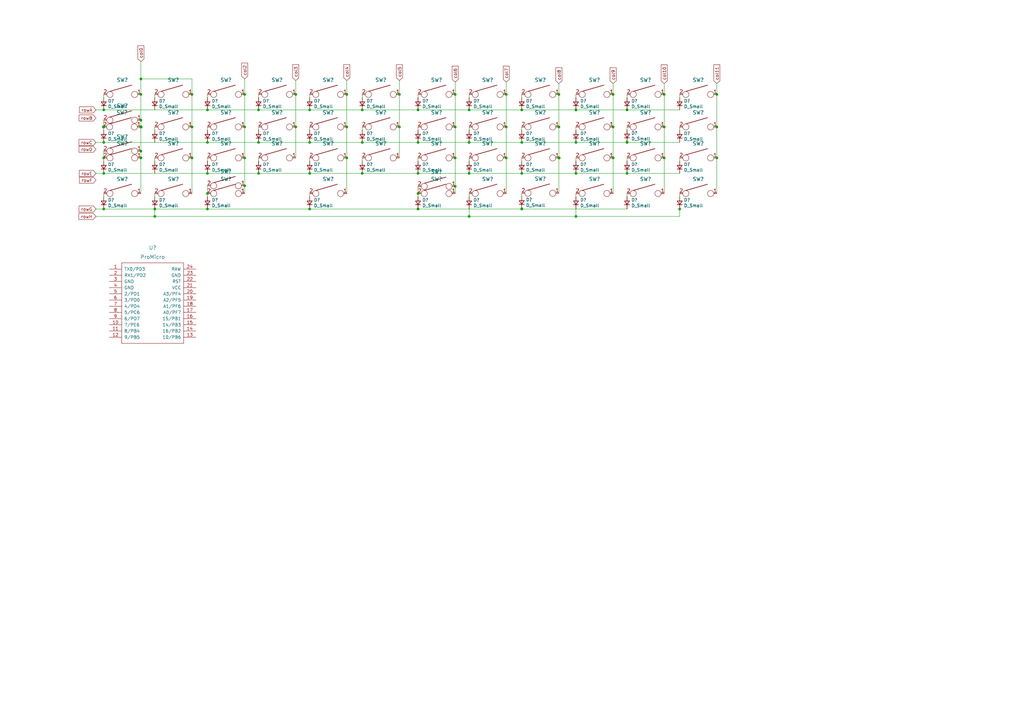
<source format=kicad_sch>
(kicad_sch (version 20211123) (generator eeschema)
  (paper "A3")
  (junction (at 163.83 52.07))
  (junction (at 142.24 38.735))
  (junction (at 229.235 38.735))
  (junction (at 236.22 71.12))
  (junction (at 213.995 58.42))
  (junction (at 57.785 49.276))
  (junction (at 42.418 52.07))
  (junction (at 78.74 52.07))
  (junction (at 171.45 79.375))
  (junction (at 63.5 88.773))
  (junction (at 100.33 76.2))
  (junction (at 57.658 52.07))
  (junction (at 127 71.12))
  (junction (at 251.46 38.735))
  (junction (at 106.045 58.42))
  (junction (at 63.5 85.725))
  (junction (at 42.545 64.77))
  (junction (at 148.59 45.085))
  (junction (at 213.995 45.085))
  (junction (at 251.46 64.77))
  (junction (at 42.545 71.12))
  (junction (at 57.785 32.385))
  (junction (at 85.09 45.085))
  (junction (at 85.09 85.725))
  (junction (at 57.912 52.07))
  (junction (at 85.09 58.42))
  (junction (at 100.33 52.07))
  (junction (at 148.59 58.42))
  (junction (at 78.74 38.735))
  (junction (at 272.415 64.77))
  (junction (at 42.545 85.725))
  (junction (at 57.785 52.07))
  (junction (at 213.995 85.725))
  (junction (at 213.995 85.598))
  (junction (at 163.83 38.735))
  (junction (at 42.545 52.07))
  (junction (at 106.045 45.085))
  (junction (at 85.09 79.375))
  (junction (at 236.22 88.773))
  (junction (at 42.545 58.42))
  (junction (at 207.645 38.735))
  (junction (at 192.405 88.773))
  (junction (at 213.995 71.12))
  (junction (at 229.362 64.77))
  (junction (at 57.785 64.77))
  (junction (at 100.33 64.77))
  (junction (at 148.59 71.12))
  (junction (at 192.405 45.085))
  (junction (at 100.33 38.735))
  (junction (at 42.545 45.085))
  (junction (at 294.005 52.07))
  (junction (at 142.24 64.77))
  (junction (at 236.22 58.42))
  (junction (at 257.175 58.42))
  (junction (at 85.09 71.12))
  (junction (at 78.74 64.77))
  (junction (at 192.405 58.42))
  (junction (at 257.175 45.085))
  (junction (at 207.645 52.07))
  (junction (at 171.45 45.085))
  (junction (at 121.285 52.07))
  (junction (at 257.175 58.293))
  (junction (at 192.405 71.12))
  (junction (at 294.005 64.77))
  (junction (at 257.175 71.12))
  (junction (at 229.235 64.77))
  (junction (at 171.45 71.12))
  (junction (at 236.22 45.085))
  (junction (at 272.415 38.735))
  (junction (at 186.69 76.454))
  (junction (at 186.69 38.735))
  (junction (at 186.69 52.07))
  (junction (at 294.005 38.735))
  (junction (at 57.785 61.976))
  (junction (at 229.235 52.07))
  (junction (at 272.415 52.07))
  (junction (at 171.45 58.42))
  (junction (at 106.045 71.12))
  (junction (at 127 85.725))
  (junction (at 186.69 64.77))
  (junction (at 127 58.42))
  (junction (at 171.45 85.725))
  (junction (at 121.285 38.735))
  (junction (at 251.46 52.07))
  (junction (at 142.24 52.07))
  (junction (at 127 45.085))
  (junction (at 278.765 85.725))
  (junction (at 57.785 38.735))
  (junction (at 207.645 64.77))
  (wire (pts (xy 257.175 52.07) (xy 257.175 53.213)))
  (wire (pts (xy 171.45 76.454) (xy 171.45 79.375)))
  (wire (pts (xy 163.83 38.735) (xy 163.83 33.02)))
  (wire (pts (xy 278.765 64.77) (xy 278.765 66.04)))
  (wire (pts (xy 121.285 38.735) (xy 121.285 52.07)))
  (wire (pts (xy 78.74 52.07) (xy 78.74 64.77)))
  (wire (pts (xy 251.46 52.07) (xy 251.46 64.77)))
  (wire (pts (xy 257.175 71.12) (xy 278.765 71.12)))
  (wire (pts (xy 192.405 45.085) (xy 213.995 45.085)))
  (wire (pts (xy 186.69 64.77) (xy 186.69 76.454)))
  (wire (pts (xy 63.5 88.773) (xy 192.405 88.773)))
  (wire (pts (xy 63.5 85.725) (xy 85.09 85.725)))
  (wire (pts (xy 171.45 58.42) (xy 192.405 58.42)))
  (wire (pts (xy 272.415 38.735) (xy 272.415 52.07)))
  (wire (pts (xy 192.405 38.735) (xy 192.405 40.005)))
  (wire (pts (xy 148.59 52.07) (xy 148.59 53.34)))
  (wire (pts (xy 106.045 52.07) (xy 106.045 53.34)))
  (wire (pts (xy 213.995 38.735) (xy 213.995 40.005)))
  (wire (pts (xy 57.785 61.976) (xy 57.785 64.77)))
  (wire (pts (xy 257.175 58.42) (xy 278.765 58.42)))
  (wire (pts (xy 192.405 85.725) (xy 192.405 88.773)))
  (wire (pts (xy 106.045 71.12) (xy 127 71.12)))
  (wire (pts (xy 213.995 64.77) (xy 213.995 66.04)))
  (wire (pts (xy 85.09 45.085) (xy 106.045 45.085)))
  (wire (pts (xy 106.045 45.085) (xy 127 45.085)))
  (wire (pts (xy 78.74 38.735) (xy 78.74 32.385)))
  (wire (pts (xy 42.545 61.976) (xy 42.545 64.77)))
  (wire (pts (xy 236.22 79.375) (xy 236.22 80.645)))
  (wire (pts (xy 278.765 79.375) (xy 278.765 80.645)))
  (wire (pts (xy 213.995 85.725) (xy 257.175 85.725)))
  (wire (pts (xy 127 58.42) (xy 148.59 58.42)))
  (wire (pts (xy 236.22 52.07) (xy 236.22 53.34)))
  (wire (pts (xy 106.045 58.42) (xy 127 58.42)))
  (wire (pts (xy 127 45.085) (xy 148.59 45.085)))
  (wire (pts (xy 42.545 49.276) (xy 42.545 52.07)))
  (wire (pts (xy 142.24 38.735) (xy 142.24 33.02)))
  (wire (pts (xy 127 64.77) (xy 127 66.04)))
  (wire (pts (xy 213.995 52.07) (xy 213.995 53.34)))
  (wire (pts (xy 171.45 85.725) (xy 213.995 85.725)))
  (wire (pts (xy 171.45 79.375) (xy 171.45 80.645)))
  (wire (pts (xy 100.33 52.07) (xy 100.33 64.77)))
  (wire (pts (xy 85.09 79.375) (xy 85.09 80.645)))
  (wire (pts (xy 85.09 52.07) (xy 85.09 53.34)))
  (wire (pts (xy 229.235 38.735) (xy 229.235 34.29)))
  (wire (pts (xy 192.405 58.42) (xy 213.995 58.42)))
  (wire (pts (xy 42.418 52.07) (xy 42.545 52.07)))
  (wire (pts (xy 57.785 32.385) (xy 57.785 25.273)))
  (wire (pts (xy 63.5 52.07) (xy 63.5 53.34)))
  (wire (pts (xy 57.785 38.735) (xy 57.785 49.276)))
  (wire (pts (xy 127 79.375) (xy 127 80.645)))
  (wire (pts (xy 251.46 38.735) (xy 251.46 52.07)))
  (wire (pts (xy 42.545 58.42) (xy 85.09 58.42)))
  (wire (pts (xy 278.765 38.735) (xy 278.765 40.005)))
  (wire (pts (xy 207.645 64.77) (xy 207.645 79.375)))
  (wire (pts (xy 186.69 76.454) (xy 186.69 79.375)))
  (wire (pts (xy 42.545 64.77) (xy 42.545 66.04)))
  (wire (pts (xy 57.785 64.77) (xy 57.785 79.375)))
  (wire (pts (xy 63.5 38.735) (xy 63.5 40.005)))
  (wire (pts (xy 127 71.12) (xy 148.59 71.12)))
  (wire (pts (xy 42.545 71.12) (xy 85.09 71.12)))
  (wire (pts (xy 57.785 52.07) (xy 57.785 61.976)))
  (wire (pts (xy 257.175 58.293) (xy 257.175 58.42)))
  (wire (pts (xy 127 85.725) (xy 171.45 85.725)))
  (wire (pts (xy 257.175 38.735) (xy 257.175 40.005)))
  (wire (pts (xy 192.405 71.12) (xy 213.995 71.12)))
  (wire (pts (xy 39.37 45.085) (xy 42.545 45.085)))
  (wire (pts (xy 278.765 85.598) (xy 278.765 85.725)))
  (wire (pts (xy 148.59 45.085) (xy 171.45 45.085)))
  (wire (pts (xy 148.59 38.735) (xy 148.59 40.005)))
  (wire (pts (xy 85.09 71.12) (xy 106.045 71.12)))
  (wire (pts (xy 186.69 38.735) (xy 186.69 52.07)))
  (wire (pts (xy 171.45 38.735) (xy 171.45 40.005)))
  (wire (pts (xy 78.74 64.77) (xy 78.74 79.375)))
  (wire (pts (xy 272.415 38.735) (xy 272.415 34.29)))
  (wire (pts (xy 294.005 38.735) (xy 294.005 34.29)))
  (wire (pts (xy 192.405 79.375) (xy 192.405 80.645)))
  (wire (pts (xy 229.235 79.248) (xy 229.235 64.77)))
  (wire (pts (xy 186.69 38.735) (xy 186.69 33.655)))
  (wire (pts (xy 85.09 76.2) (xy 85.09 79.375)))
  (wire (pts (xy 42.545 38.735) (xy 42.545 40.005)))
  (wire (pts (xy 63.5 85.725) (xy 63.5 88.773)))
  (wire (pts (xy 39.37 88.773) (xy 63.5 88.773)))
  (wire (pts (xy 39.37 85.725) (xy 42.545 85.725)))
  (wire (pts (xy 192.405 88.773) (xy 236.22 88.773)))
  (wire (pts (xy 142.24 64.77) (xy 142.24 79.375)))
  (wire (pts (xy 57.785 49.276) (xy 57.785 52.07)))
  (wire (pts (xy 251.46 38.735) (xy 251.46 34.29)))
  (wire (pts (xy 148.59 58.42) (xy 171.45 58.42)))
  (wire (pts (xy 171.45 71.12) (xy 192.405 71.12)))
  (wire (pts (xy 100.33 38.735) (xy 100.33 32.385)))
  (wire (pts (xy 251.46 64.77) (xy 251.46 79.375)))
  (wire (pts (xy 85.09 85.725) (xy 127 85.725)))
  (wire (pts (xy 236.22 71.12) (xy 257.175 71.12)))
  (wire (pts (xy 236.22 45.085) (xy 257.175 45.085)))
  (wire (pts (xy 294.005 64.77) (xy 294.005 79.375)))
  (wire (pts (xy 207.645 38.735) (xy 207.645 52.07)))
  (wire (pts (xy 236.22 64.77) (xy 236.22 66.04)))
  (wire (pts (xy 39.37 71.12) (xy 42.545 71.12)))
  (wire (pts (xy 106.045 38.735) (xy 106.045 40.005)))
  (wire (pts (xy 236.22 85.725) (xy 236.22 88.773)))
  (wire (pts (xy 257.175 79.375) (xy 257.175 80.645)))
  (wire (pts (xy 213.995 85.598) (xy 213.995 85.725)))
  (wire (pts (xy 257.175 64.77) (xy 257.175 66.04)))
  (wire (pts (xy 57.785 32.385) (xy 78.74 32.385)))
  (wire (pts (xy 100.33 38.735) (xy 100.33 52.07)))
  (wire (pts (xy 57.658 52.07) (xy 57.785 52.07)))
  (wire (pts (xy 42.545 85.725) (xy 63.5 85.725)))
  (wire (pts (xy 278.765 52.07) (xy 278.765 53.34)))
  (wire (pts (xy 42.545 79.375) (xy 42.545 80.645)))
  (wire (pts (xy 85.09 38.735) (xy 85.09 40.005)))
  (wire (pts (xy 229.235 64.77) (xy 229.362 64.77)))
  (wire (pts (xy 39.37 58.42) (xy 42.545 58.42)))
  (wire (pts (xy 42.545 45.085) (xy 85.09 45.085)))
  (wire (pts (xy 57.785 38.735) (xy 57.785 32.385)))
  (wire (pts (xy 163.83 38.735) (xy 163.83 52.07)))
  (wire (pts (xy 294.005 52.07) (xy 294.005 64.77)))
  (wire (pts (xy 63.5 79.375) (xy 63.5 80.645)))
  (wire (pts (xy 42.545 52.07) (xy 42.672 52.07)))
  (wire (pts (xy 213.995 71.12) (xy 236.22 71.12)))
  (wire (pts (xy 85.09 58.42) (xy 106.045 58.42)))
  (wire (pts (xy 127 52.07) (xy 127 53.34)))
  (wire (pts (xy 78.74 38.735) (xy 78.74 52.07)))
  (wire (pts (xy 63.5 64.77) (xy 63.5 66.04)))
  (wire (pts (xy 148.59 64.77) (xy 148.59 66.04)))
  (wire (pts (xy 127 38.735) (xy 127 40.005)))
  (wire (pts (xy 236.22 58.42) (xy 257.175 58.42)))
  (wire (pts (xy 213.995 58.42) (xy 236.22 58.42)))
  (wire (pts (xy 192.405 52.07) (xy 192.405 53.34)))
  (wire (pts (xy 85.09 64.77) (xy 85.09 66.04)))
  (wire (pts (xy 294.005 38.735) (xy 294.005 52.07)))
  (wire (pts (xy 42.545 52.07) (xy 42.545 53.34)))
  (wire (pts (xy 171.45 45.085) (xy 192.405 45.085)))
  (wire (pts (xy 100.33 64.77) (xy 100.33 76.2)))
  (wire (pts (xy 142.24 52.07) (xy 142.24 64.77)))
  (wire (pts (xy 236.22 88.773) (xy 278.765 88.773)))
  (wire (pts (xy 207.645 52.07) (xy 207.645 64.77)))
  (wire (pts (xy 163.83 52.07) (xy 163.83 64.77)))
  (wire (pts (xy 100.33 76.2) (xy 100.33 79.375)))
  (wire (pts (xy 192.405 64.77) (xy 192.405 66.04)))
  (wire (pts (xy 213.995 79.248) (xy 213.995 80.518)))
  (wire (pts (xy 57.912 52.07) (xy 57.785 52.07)))
  (wire (pts (xy 278.765 85.725) (xy 278.765 88.773)))
  (wire (pts (xy 272.415 64.77) (xy 272.415 79.375)))
  (wire (pts (xy 186.69 52.07) (xy 186.69 64.77)))
  (wire (pts (xy 207.645 38.735) (xy 207.645 33.655)))
  (wire (pts (xy 229.235 52.07) (xy 229.235 64.77)))
  (wire (pts (xy 121.285 38.735) (xy 121.285 33.02)))
  (wire (pts (xy 121.285 52.07) (xy 121.285 64.77)))
  (wire (pts (xy 257.175 45.085) (xy 278.765 45.085)))
  (wire (pts (xy 171.45 64.77) (xy 171.45 66.04)))
  (wire (pts (xy 148.59 71.12) (xy 171.45 71.12)))
  (wire (pts (xy 106.045 64.77) (xy 106.045 66.04)))
  (wire (pts (xy 272.415 52.07) (xy 272.415 64.77)))
  (wire (pts (xy 213.995 45.085) (xy 236.22 45.085)))
  (wire (pts (xy 229.235 38.735) (xy 229.235 52.07)))
  (wire (pts (xy 171.45 52.07) (xy 171.45 53.34)))
  (wire (pts (xy 236.22 38.735) (xy 236.22 40.005)))
  (wire (pts (xy 142.24 38.735) (xy 142.24 52.07)))
  (global_label "col2" (shape input) (at 100.33 32.385 90) (property "Intersheet References" "${INTERSHEET_REFS}" (effects hide)))
  (global_label "rowG" (shape input) (at 39.37 85.725 180) (property "Intersheet References" "${INTERSHEET_REFS}" (effects hide)))
  (global_label "col9" (shape input) (at 251.46 34.29 90) (property "Intersheet References" "${INTERSHEET_REFS}" (effects hide)))
  (global_label "rowF" (shape input) (at 39.37 73.914 180) (property "Intersheet References" "${INTERSHEET_REFS}" (effects hide)))
  (global_label "rowB" (shape input) (at 39.37 48.387 180) (property "Intersheet References" "${INTERSHEET_REFS}" (effects hide)))
  (global_label "col0" (shape input) (at 57.785 25.273 90) (property "Intersheet References" "${INTERSHEET_REFS}" (effects hide)))
  (global_label "col7" (shape input) (at 207.645 33.655 90) (property "Intersheet References" "${INTERSHEET_REFS}" (effects hide)))
  (global_label "rowH" (shape input) (at 39.37 88.773 180) (property "Intersheet References" "${INTERSHEET_REFS}" (effects hide)))
  (global_label "rowC" (shape input) (at 39.37 58.42 180) (property "Intersheet References" "${INTERSHEET_REFS}" (effects hide)))
  (global_label "col5" (shape input) (at 163.83 33.02 90) (property "Intersheet References" "${INTERSHEET_REFS}" (effects hide)))
  (global_label "col11" (shape input) (at 294.005 34.29 90) (property "Intersheet References" "${INTERSHEET_REFS}" (effects hide)))
  (global_label "col6" (shape input) (at 186.69 33.655 90) (property "Intersheet References" "${INTERSHEET_REFS}" (effects hide)))
  (global_label "col8" (shape input) (at 229.235 34.29 90) (property "Intersheet References" "${INTERSHEET_REFS}" (effects hide)))
  (global_label "rowA" (shape input) (at 39.37 45.085 180) (property "Intersheet References" "${INTERSHEET_REFS}" (effects hide)))
  (global_label "col4" (shape input) (at 142.24 33.02 90) (property "Intersheet References" "${INTERSHEET_REFS}" (effects hide)))
  (global_label "col3" (shape input) (at 121.285 33.02 90) (property "Intersheet References" "${INTERSHEET_REFS}" (effects hide)))
  (global_label "col10" (shape input) (at 272.415 34.29 90) (property "Intersheet References" "${INTERSHEET_REFS}" (effects hide)))
  (global_label "rowE" (shape input) (at 39.37 71.12 180) (property "Intersheet References" "${INTERSHEET_REFS}" (effects hide)))
  (global_label "rowD" (shape input) (at 39.37 61.214 180) (property "Intersheet References" "${INTERSHEET_REFS}" (effects hide)))
  (symbol (lib_id "Device:D_Small") (at 63.5 55.88 90) (unit 1)
    (property "Reference" "D?" (at 65.2272 54.7116 90) (effects (justify right)))
    (property "Value" "D_Small" (at 65.2272 57.023 90) (effects (justify right)))
    (property "Footprint" "cftkb:D_DO-35_SOD27_P5.08mm_Horizontal" (effects hide))
  )
  (symbol (lib_id "Device:D_Small") (at 85.09 42.545 90) (unit 1)
    (property "Reference" "D?" (at 86.8172 41.3766 90) (effects (justify right)))
    (property "Value" "D_Small" (at 86.8172 43.688 90) (effects (justify right)))
    (property "Footprint" "cftkb:D_DO-35_SOD27_P5.08mm_Horizontal" (effects hide))
  )
  (symbol (lib_name "KEYSW_44") (lib_id "keyboard_parts:KEYSW") (at 50.165 61.976 0) (unit 1)
    (property "Reference" "SW?" (at 50.165 56.0578 0) (effects (font (size 1.524 1.524))))
    (property "Value" "KEYSW" (effects hide))
    (property "Footprint" "cftkb:SW_Cherry_MX1A_2.25u_PCBNOSCREEN" (effects hide))
  )
  (symbol (lib_id "Device:D_Small") (at 42.545 83.185 90) (unit 1)
    (property "Reference" "D?" (at 44.2722 82.0166 90) (effects (justify right)))
    (property "Value" "D_Small" (at 44.2722 84.328 90) (effects (justify right)))
    (property "Footprint" "cftkb:D_DO-35_SOD27_P5.08mm_Horizontal" (effects hide))
  )
  (symbol (lib_name "KEYSW_7") (lib_id "keyboard_parts:KEYSW") (at 200.025 52.07 0) (unit 1)
    (property "Reference" "SW?" (at 200.025 46.1518 0) (effects (font (size 1.524 1.524))))
    (property "Value" "KEYSW" (effects hide))
    (property "Footprint" "cftkb:SW_Cherry_MX1A_1.00u_PCB-NOSCREEN" (effects hide))
  )
  (symbol (lib_name "KEYSW_6") (lib_id "keyboard_parts:KEYSW") (at 200.025 38.735 0) (unit 1)
    (property "Reference" "SW?" (at 200.025 32.8168 0) (effects (font (size 1.524 1.524))))
    (property "Value" "KEYSW" (effects hide))
    (property "Footprint" "cftkb:SW_Cherry_MX1A_1.00u_PCB-NOSCREEN" (effects hide))
  )
  (symbol (lib_name "KEYSW_23") (lib_id "keyboard_parts:KEYSW") (at 200.025 64.77 0) (unit 1)
    (property "Reference" "SW?" (at 200.025 58.8518 0) (effects (font (size 1.524 1.524))))
    (property "Value" "KEYSW" (effects hide))
    (property "Footprint" "cftkb:SW_Cherry_MX1A_1.00u_PCB-NOSCREEN" (effects hide))
  )
  (symbol (lib_id "Device:D_Small") (at 257.175 42.545 90) (unit 1)
    (property "Reference" "D?" (at 258.9022 41.3766 90) (effects (justify right)))
    (property "Value" "D_Small" (at 258.9022 43.688 90) (effects (justify right)))
    (property "Footprint" "cftkb:D_DO-35_SOD27_P5.08mm_Horizontal" (effects hide))
  )
  (symbol (lib_name "KEYSW_46") (lib_id "keyboard_parts:KEYSW") (at 71.12 52.07 0) (unit 1)
    (property "Reference" "SW?" (at 71.12 46.1518 0) (effects (font (size 1.524 1.524))))
    (property "Value" "KEYSW" (effects hide))
    (property "Footprint" "cftkb:SW_Cherry_MX1A_1.00u_PCB-NOSCREEN" (effects hide))
  )
  (symbol (lib_id "Device:D_Small") (at 236.22 55.88 90) (unit 1)
    (property "Reference" "D?" (at 237.9472 54.7116 90) (effects (justify right)))
    (property "Value" "D_Small" (at 237.9472 57.023 90) (effects (justify right)))
    (property "Footprint" "cftkb:D_DO-35_SOD27_P5.08mm_Horizontal" (effects hide))
  )
  (symbol (lib_name "KEYSW_37") (lib_id "keyboard_parts:KEYSW") (at 50.165 38.735 0) (unit 1)
    (property "Reference" "SW?" (at 50.165 32.8168 0) (effects (font (size 1.524 1.524))))
    (property "Value" "KEYSW" (effects hide))
    (property "Footprint" "cftkb:SW_Cherry_MX1A_1.50u_PCBNOSCREEN" (effects hide))
  )
  (symbol (lib_name "KEYSW_17") (lib_id "keyboard_parts:KEYSW") (at 243.84 79.375 0) (unit 1)
    (property "Reference" "SW?" (at 243.84 73.4568 0) (effects (font (size 1.524 1.524))))
    (property "Value" "KEYSW" (effects hide))
    (property "Footprint" "cftkb:SW_Cherry_MX1A_1.25u_PCBNOSCREEN" (effects hide))
  )
  (symbol (lib_name "KEYSW_44") (lib_id "keyboard_parts:KEYSW") (at 50.165 64.77 0) (unit 1)
    (property "Reference" "SW?" (at 50.165 58.8518 0) (effects (font (size 1.524 1.524))))
    (property "Value" "KEYSW" (effects hide))
    (property "Footprint" "cftkb:SW_Cherry_MX1A_2.25u_PCBNOSCREEN" (effects hide))
  )
  (symbol (lib_id "keyboard_parts:KEYSW") (at 92.71 38.735 0) (unit 1)
    (property "Reference" "SW?" (at 92.71 32.8168 0) (effects (font (size 1.524 1.524))))
    (property "Value" "KEYSW" (effects hide))
    (property "Footprint" "cftkb:SW_Cherry_MX1A_1.00u_PCB-NOSCREEN" (effects hide))
  )
  (symbol (lib_name "KEYSW_34") (lib_id "keyboard_parts:KEYSW") (at 71.12 79.375 0) (unit 1)
    (property "Reference" "SW?" (at 71.12 73.4568 0) (effects (font (size 1.524 1.524))))
    (property "Value" "KEYSW" (effects hide))
    (property "Footprint" "cftkb:SW_Cherry_MX1A_1.00u_PCB-NOSCREEN" (effects hide))
  )
  (symbol (lib_name "KEYSW_36") (lib_id "keyboard_parts:KEYSW") (at 50.038 52.07 0) (unit 1)
    (property "Reference" "SW?" (at 50.038 46.1518 0) (effects (font (size 1.524 1.524))))
    (property "Value" "KEYSW" (effects hide))
    (property "Footprint" "cftkb:SW_Cherry_MX1A_1.75u_PCBNOSCREEN" (effects hide))
  )
  (symbol (lib_name "KEYSW_16") (lib_id "keyboard_parts:KEYSW") (at 221.615 38.735 0) (unit 1)
    (property "Reference" "SW?" (at 221.615 32.8168 0) (effects (font (size 1.524 1.524))))
    (property "Value" "KEYSW" (effects hide))
    (property "Footprint" "cftkb:SW_Cherry_MX1A_1.00u_PCB-NOSCREEN" (effects hide))
  )
  (symbol (lib_id "Device:D_Small") (at 236.22 83.185 90) (unit 1)
    (property "Reference" "D?" (at 237.9472 82.0166 90) (effects (justify right)))
    (property "Value" "D_Small" (at 237.9472 84.328 90) (effects (justify right)))
    (property "Footprint" "cftkb:D_DO-35_SOD27_P5.08mm_Horizontal" (effects hide))
  )
  (symbol (lib_id "Device:D_Small") (at 63.5 68.58 90) (unit 1)
    (property "Reference" "D?" (at 65.2272 67.4116 90) (effects (justify right)))
    (property "Value" "D_Small" (at 65.2272 69.723 90) (effects (justify right)))
    (property "Footprint" "cftkb:D_DO-35_SOD27_P5.08mm_Horizontal" (effects hide))
  )
  (symbol (lib_id "Device:D_Small") (at 213.995 42.545 90) (unit 1)
    (property "Reference" "D?" (at 215.7222 41.3766 90) (effects (justify right)))
    (property "Value" "D_Small" (at 215.7222 43.688 90) (effects (justify right)))
    (property "Footprint" "cftkb:D_DO-35_SOD27_P5.08mm_Horizontal" (effects hide))
  )
  (symbol (lib_name "KEYSW_8") (lib_id "keyboard_parts:KEYSW") (at 264.795 79.375 0) (unit 1)
    (property "Reference" "SW?" (at 264.795 73.4568 0) (effects (font (size 1.524 1.524))))
    (property "Value" "KEYSW" (effects hide))
    (property "Footprint" "cftkb:SW_Cherry_MX1A_1.00u_PCB-NOSCREEN" (effects hide))
  )
  (symbol (lib_id "Device:D_Small") (at 171.45 42.545 90) (unit 1)
    (property "Reference" "D?" (at 173.1772 41.3766 90) (effects (justify right)))
    (property "Value" "D_Small" (at 173.1772 43.688 90) (effects (justify right)))
    (property "Footprint" "cftkb:D_DO-35_SOD27_P5.08mm_Horizontal" (effects hide))
  )
  (symbol (lib_id "Device:D_Small") (at 213.995 83.058 90) (unit 1)
    (property "Reference" "D?" (at 215.7222 81.8896 90) (effects (justify right)))
    (property "Value" "D_Small" (at 215.7222 84.201 90) (effects (justify right)))
    (property "Footprint" "cftkb:D_DO-35_SOD27_P5.08mm_Horizontal" (effects hide))
  )
  (symbol (lib_id "Device:D_Small") (at 192.405 68.58 90) (unit 1)
    (property "Reference" "D?" (at 194.1322 67.4116 90) (effects (justify right)))
    (property "Value" "D_Small" (at 194.1322 69.723 90) (effects (justify right)))
    (property "Footprint" "cftkb:D_DO-35_SOD27_P5.08mm_Horizontal" (effects hide))
  )
  (symbol (lib_name "KEYSW_36") (lib_id "keyboard_parts:KEYSW") (at 50.165 49.276 0) (unit 1)
    (property "Reference" "SW?" (at 50.165 43.3578 0) (effects (font (size 1.524 1.524))))
    (property "Value" "KEYSW" (effects hide))
    (property "Footprint" "cftkb:SW_Cherry_MX1A_1.75u_PCBNOSCREEN" (effects hide))
  )
  (symbol (lib_id "Device:D_Small") (at 85.09 83.185 90) (unit 1)
    (property "Reference" "D?" (at 86.8172 82.0166 90) (effects (justify right)))
    (property "Value" "D_Small" (at 86.8172 84.328 90) (effects (justify right)))
    (property "Footprint" "cftkb:D_DO-35_SOD27_P5.08mm_Horizontal" (effects hide))
  )
  (symbol (lib_name "KEYSW_3") (lib_id "keyboard_parts:KEYSW") (at 179.07 38.735 0) (unit 1)
    (property "Reference" "SW?" (at 179.07 32.8168 0) (effects (font (size 1.524 1.524))))
    (property "Value" "KEYSW" (effects hide))
    (property "Footprint" "cftkb:SW_Cherry_MX1A_1.00u_PCB-NOSCREEN" (effects hide))
  )
  (symbol (lib_id "Device:D_Small") (at 106.045 42.545 90) (unit 1)
    (property "Reference" "D?" (at 107.7722 41.3766 90) (effects (justify right)))
    (property "Value" "D_Small" (at 107.7722 43.688 90) (effects (justify right)))
    (property "Footprint" "cftkb:D_DO-35_SOD27_P5.08mm_Horizontal" (effects hide))
  )
  (symbol (lib_id "Device:D_Small") (at 192.405 83.185 90) (unit 1)
    (property "Reference" "D?" (at 194.1322 82.0166 90) (effects (justify right)))
    (property "Value" "D_Small" (at 194.1322 84.328 90) (effects (justify right)))
    (property "Footprint" "cftkb:D_DO-35_SOD27_P5.08mm_Horizontal" (effects hide))
  )
  (symbol (lib_id "Device:D_Small") (at 85.09 68.58 90) (unit 1)
    (property "Reference" "D?" (at 86.8172 67.4116 90) (effects (justify right)))
    (property "Value" "D_Small" (at 86.8172 69.723 90) (effects (justify right)))
    (property "Footprint" "cftkb:D_DO-35_SOD27_P5.08mm_Horizontal" (effects hide))
  )
  (symbol (lib_name "KEYSW_12") (lib_id "keyboard_parts:KEYSW") (at 264.795 64.77 0) (unit 1)
    (property "Reference" "SW?" (at 264.795 58.8518 0) (effects (font (size 1.524 1.524))))
    (property "Value" "KEYSW" (effects hide))
    (property "Footprint" "cftkb:SW_Cherry_MX1A_1.00u_PCB-NOSCREEN" (effects hide))
  )
  (symbol (lib_id "Device:D_Small") (at 127 68.58 90) (unit 1)
    (property "Reference" "D?" (at 128.7272 67.4116 90) (effects (justify right)))
    (property "Value" "D_Small" (at 128.7272 69.723 90) (effects (justify right)))
    (property "Footprint" "cftkb:D_DO-35_SOD27_P5.08mm_Horizontal" (effects hide))
  )
  (symbol (lib_name "KEYSW_47") (lib_id "keyboard_parts:KEYSW") (at 71.12 38.735 0) (unit 1)
    (property "Reference" "SW?" (at 71.12 32.8168 0) (effects (font (size 1.524 1.524))))
    (property "Value" "KEYSW" (effects hide))
    (property "Footprint" "cftkb:SW_Cherry_MX1A_1.00u_PCB-NOSCREEN" (effects hide))
  )
  (symbol (lib_id "Device:D_Small") (at 213.995 68.58 90) (unit 1)
    (property "Reference" "D?" (at 215.7222 67.4116 90) (effects (justify right)))
    (property "Value" "D_Small" (at 215.7222 69.723 90) (effects (justify right)))
    (property "Footprint" "cftkb:D_DO-35_SOD27_P5.08mm_Horizontal" (effects hide))
  )
  (symbol (lib_name "KEYSW_14") (lib_id "keyboard_parts:KEYSW") (at 264.795 52.07 0) (unit 1)
    (property "Reference" "SW?" (at 264.795 46.1518 0) (effects (font (size 1.524 1.524))))
    (property "Value" "KEYSW" (effects hide))
    (property "Footprint" "cftkb:SW_Cherry_MX1A_1.00u_PCB-NOSCREEN" (effects hide))
  )
  (symbol (lib_id "Device:D_Small") (at 257.175 83.185 90) (unit 1)
    (property "Reference" "D?" (at 258.9022 82.0166 90) (effects (justify right)))
    (property "Value" "D_Small" (at 258.9022 84.328 90) (effects (justify right)))
    (property "Footprint" "cftkb:D_DO-35_SOD27_P5.08mm_Horizontal" (effects hide))
  )
  (symbol (lib_id "Device:D_Small") (at 171.45 68.58 90) (unit 1)
    (property "Reference" "D?" (at 173.1772 67.4116 90) (effects (justify right)))
    (property "Value" "D_Small" (at 173.1772 69.723 90) (effects (justify right)))
    (property "Footprint" "cftkb:D_DO-35_SOD27_P5.08mm_Horizontal" (effects hide))
  )
  (symbol (lib_name "KEYSW_20") (lib_id "keyboard_parts:KEYSW") (at 243.84 38.735 0) (unit 1)
    (property "Reference" "SW?" (at 243.84 32.8168 0) (effects (font (size 1.524 1.524))))
    (property "Value" "KEYSW" (effects hide))
    (property "Footprint" "cftkb:SW_Cherry_MX1A_1.00u_PCB-NOSCREEN" (effects hide))
  )
  (symbol (lib_id "Device:D_Small") (at 278.765 83.185 90) (unit 1)
    (property "Reference" "D?" (at 280.4922 82.0166 90) (effects (justify right)))
    (property "Value" "D_Small" (at 280.4922 84.328 90) (effects (justify right)))
    (property "Footprint" "cftkb:D_DO-35_SOD27_P5.08mm_Horizontal" (effects hide))
  )
  (symbol (lib_name "KEYSW_31") (lib_id "keyboard_parts:KEYSW") (at 134.62 64.77 0) (unit 1)
    (property "Reference" "SW?" (at 134.62 58.8518 0) (effects (font (size 1.524 1.524))))
    (property "Value" "KEYSW" (effects hide))
    (property "Footprint" "cftkb:SW_Cherry_MX1A_1.00u_PCB-NOSCREEN" (effects hide))
  )
  (symbol (lib_name "KEYSW_24") (lib_id "keyboard_parts:KEYSW") (at 179.07 76.454 0) (unit 1)
    (property "Reference" "SW?" (at 179.07 70.5358 0) (effects (font (size 1.524 1.524))))
    (property "Value" "KEYSW" (effects hide))
    (property "Footprint" "cftkb:SW_Cherry_MX1A_1.00u_PCB-NOSCREEN" (effects hide))
  )
  (symbol (lib_name "KEYSW_21") (lib_id "keyboard_parts:KEYSW") (at 264.795 38.735 0) (unit 1)
    (property "Reference" "SW?" (at 264.795 32.8168 0) (effects (font (size 1.524 1.524))))
    (property "Value" "KEYSW" (effects hide))
    (property "Footprint" "cftkb:SW_Cherry_MX1A_1.00u_PCB-NOSCREEN" (effects hide))
  )
  (symbol (lib_id "Device:D_Small") (at 257.175 55.753 90) (unit 1)
    (property "Reference" "D?" (at 258.9022 54.5846 90) (effects (justify right)))
    (property "Value" "D_Small" (at 258.9022 56.896 90) (effects (justify right)))
    (property "Footprint" "cftkb:D_DO-35_SOD27_P5.08mm_Horizontal" (effects hide))
  )
  (symbol (lib_id "Device:D_Small") (at 85.09 55.88 90) (unit 1)
    (property "Reference" "D?" (at 86.8172 54.7116 90) (effects (justify right)))
    (property "Value" "D_Small" (at 86.8172 57.023 90) (effects (justify right)))
    (property "Footprint" "cftkb:D_DO-35_SOD27_P5.08mm_Horizontal" (effects hide))
  )
  (symbol (lib_name "KEYSW_45") (lib_id "keyboard_parts:KEYSW") (at 92.71 64.77 0) (unit 1)
    (property "Reference" "SW?" (at 92.71 58.8518 0) (effects (font (size 1.524 1.524))))
    (property "Value" "KEYSW" (effects hide))
    (property "Footprint" "cftkb:SW_Cherry_MX1A_1.00u_PCB-NOSCREEN" (effects hide))
  )
  (symbol (lib_name "KEYSW_39") (lib_id "keyboard_parts:KEYSW") (at 92.71 52.07 0) (unit 1)
    (property "Reference" "SW?" (at 92.71 46.1518 0) (effects (font (size 1.524 1.524))))
    (property "Value" "KEYSW" (effects hide))
    (property "Footprint" "cftkb:SW_Cherry_MX1A_1.00u_PCB-NOSCREEN" (effects hide))
  )
  (symbol (lib_name "KEYSW_28") (lib_id "keyboard_parts:KEYSW") (at 134.62 52.07 0) (unit 1)
    (property "Reference" "SW?" (at 134.62 46.1518 0) (effects (font (size 1.524 1.524))))
    (property "Value" "KEYSW" (effects hide))
    (property "Footprint" "cftkb:SW_Cherry_MX1A_1.00u_PCB-NOSCREEN" (effects hide))
  )
  (symbol (lib_id "Device:D_Small") (at 278.765 42.545 90) (unit 1)
    (property "Reference" "D?" (at 280.4922 41.3766 90) (effects (justify right)))
    (property "Value" "D_Small" (at 280.4922 43.688 90) (effects (justify right)))
    (property "Footprint" "cftkb:D_DO-35_SOD27_P5.08mm_Horizontal" (effects hide))
  )
  (symbol (lib_id "Device:D_Small") (at 127 55.88 90) (unit 1)
    (property "Reference" "D?" (at 128.7272 54.7116 90) (effects (justify right)))
    (property "Value" "D_Small" (at 128.7272 57.023 90) (effects (justify right)))
    (property "Footprint" "cftkb:D_DO-35_SOD27_P5.08mm_Horizontal" (effects hide))
  )
  (symbol (lib_id "Device:D_Small") (at 148.59 55.88 90) (unit 1)
    (property "Reference" "D?" (at 150.3172 54.7116 90) (effects (justify right)))
    (property "Value" "D_Small" (at 150.3172 57.023 90) (effects (justify right)))
    (property "Footprint" "cftkb:D_DO-35_SOD27_P5.08mm_Horizontal" (effects hide))
  )
  (symbol (lib_name "KEYSW_11") (lib_id "keyboard_parts:KEYSW") (at 286.385 64.77 0) (unit 1)
    (property "Reference" "SW?" (at 286.385 58.8518 0) (effects (font (size 1.524 1.524))))
    (property "Value" "KEYSW" (effects hide))
    (property "Footprint" "cftkb:SW_Cherry_MX1A_1.75u_PCBNOSCREEN" (effects hide))
  )
  (symbol (lib_name "KEYSW_43") (lib_id "keyboard_parts:KEYSW") (at 50.165 79.375 0) (unit 1)
    (property "Reference" "SW?" (at 50.165 73.4568 0) (effects (font (size 1.524 1.524))))
    (property "Value" "KEYSW" (effects hide))
    (property "Footprint" "cftkb:SW_Cherry_MX1A_1.25u_PCBNOSCREEN" (effects hide))
  )
  (symbol (lib_id "Device:D_Small") (at 171.45 83.185 90) (unit 1)
    (property "Reference" "D?" (at 173.1772 82.0166 90) (effects (justify right)))
    (property "Value" "D_Small" (at 173.1772 84.328 90) (effects (justify right)))
    (property "Footprint" "cftkb:D_DO-35_SOD27_P5.08mm_Horizontal" (effects hide))
  )
  (symbol (lib_id "Device:D_Small") (at 278.765 68.58 90) (unit 1)
    (property "Reference" "D?" (at 280.4922 67.4116 90) (effects (justify right)))
    (property "Value" "D_Small" (at 280.4922 69.723 90) (effects (justify right)))
    (property "Footprint" "cftkb:D_DO-35_SOD27_P5.08mm_Horizontal" (effects hide))
  )
  (symbol (lib_name "KEYSW_26") (lib_id "keyboard_parts:KEYSW") (at 200.025 79.375 0) (unit 1)
    (property "Reference" "SW?" (at 200.025 73.4568 0) (effects (font (size 1.524 1.524))))
    (property "Value" "KEYSW" (effects hide))
    (property "Footprint" "cftkb:SW_Cherry_MX1A_2.75u_PCB_NOSCREEN" (effects hide))
  )
  (symbol (lib_name "KEYSW_19") (lib_id "keyboard_parts:KEYSW") (at 221.615 52.07 0) (unit 1)
    (property "Reference" "SW?" (at 221.615 46.1518 0) (effects (font (size 1.524 1.524))))
    (property "Value" "KEYSW" (effects hide))
    (property "Footprint" "cftkb:SW_Cherry_MX1A_1.00u_PCB-NOSCREEN" (effects hide))
  )
  (symbol (lib_id "Device:D_Small") (at 106.045 68.58 90) (unit 1)
    (property "Reference" "D?" (at 107.7722 67.4116 90) (effects (justify right)))
    (property "Value" "D_Small" (at 107.7722 69.723 90) (effects (justify right)))
    (property "Footprint" "cftkb:D_DO-35_SOD27_P5.08mm_Horizontal" (effects hide))
  )
  (symbol (lib_name "KEYSW_9") (lib_id "keyboard_parts:KEYSW") (at 286.385 79.375 0) (unit 1)
    (property "Reference" "SW?" (at 286.385 73.4568 0) (effects (font (size 1.524 1.524))))
    (property "Value" "KEYSW" (effects hide))
    (property "Footprint" "cftkb:SW_Cherry_MX1A_1.25u_PCBNOSCREEN" (effects hide))
  )
  (symbol (lib_name "KEYSW_40") (lib_id "keyboard_parts:KEYSW") (at 113.665 38.735 0) (unit 1)
    (property "Reference" "SW?" (at 113.665 32.8168 0) (effects (font (size 1.524 1.524))))
    (property "Value" "KEYSW" (effects hide))
    (property "Footprint" "cftkb:SW_Cherry_MX1A_1.00u_PCB-NOSCREEN" (effects hide))
  )
  (symbol (lib_id "Device:D_Small") (at 192.405 42.545 90) (unit 1)
    (property "Reference" "D?" (at 194.1322 41.3766 90) (effects (justify right)))
    (property "Value" "D_Small" (at 194.1322 43.688 90) (effects (justify right)))
    (property "Footprint" "cftkb:D_DO-35_SOD27_P5.08mm_Horizontal" (effects hide))
  )
  (symbol (lib_id "Device:D_Small") (at 127 42.545 90) (unit 1)
    (property "Reference" "D?" (at 128.7272 41.3766 90) (effects (justify right)))
    (property "Value" "D_Small" (at 128.7272 43.688 90) (effects (justify right)))
    (property "Footprint" "cftkb:D_DO-35_SOD27_P5.08mm_Horizontal" (effects hide))
  )
  (symbol (lib_name "KEYSW_26") (lib_id "keyboard_parts:KEYSW") (at 221.615 79.248 0) (unit 1)
    (property "Reference" "SW?" (at 221.615 73.3298 0) (effects (font (size 1.524 1.524))))
    (property "Value" "KEYSW" (effects hide))
    (property "Footprint" "cftkb:SW_Cherry_MX1A_2.75u_PCB_NOSCREEN" (effects hide))
  )
  (symbol (lib_id "Device:D_Small") (at 148.59 68.58 90) (unit 1)
    (property "Reference" "D?" (at 150.3172 67.4116 90) (effects (justify right)))
    (property "Value" "D_Small" (at 150.3172 69.723 90) (effects (justify right)))
    (property "Footprint" "cftkb:D_DO-35_SOD27_P5.08mm_Horizontal" (effects hide))
  )
  (symbol (lib_name "KEYSW_22") (lib_id "keyboard_parts:KEYSW") (at 179.07 64.77 0) (unit 1)
    (property "Reference" "SW?" (at 179.07 58.8518 0) (effects (font (size 1.524 1.524))))
    (property "Value" "KEYSW" (effects hide))
    (property "Footprint" "cftkb:SW_Cherry_MX1A_1.00u_PCB-NOSCREEN" (effects hide))
  )
  (symbol (lib_name "KEYSW_29") (lib_id "keyboard_parts:KEYSW") (at 134.62 79.375 0) (unit 1)
    (property "Reference" "SW?" (at 134.62 73.4568 0) (effects (font (size 1.524 1.524))))
    (property "Value" "KEYSW" (effects hide))
    (property "Footprint" "cftkb:SW_Cherry_MX1A_2.25u_PCBNOSCREEN" (effects hide))
  )
  (symbol (lib_name "KEYSW_33") (lib_id "keyboard_parts:KEYSW") (at 71.12 64.77 0) (unit 1)
    (property "Reference" "SW?" (at 71.12 58.8518 0) (effects (font (size 1.524 1.524))))
    (property "Value" "KEYSW" (effects hide))
    (property "Footprint" "cftkb:SW_Cherry_MX1A_1.00u_PCB-NOSCREEN" (effects hide))
  )
  (symbol (lib_id "Device:D_Small") (at 42.545 55.88 90) (unit 1)
    (property "Reference" "D?" (at 44.2722 54.7116 90) (effects (justify right)))
    (property "Value" "D_Small" (at 44.2722 57.023 90) (effects (justify right)))
    (property "Footprint" "cftkb:D_DO-35_SOD27_P5.08mm_Horizontal" (effects hide))
  )
  (symbol (lib_id "Device:D_Small") (at 63.5 83.185 90) (unit 1)
    (property "Reference" "D?" (at 65.2272 82.0166 90) (effects (justify right)))
    (property "Value" "D_Small" (at 65.2272 84.328 90) (effects (justify right)))
    (property "Footprint" "cftkb:D_DO-35_SOD27_P5.08mm_Horizontal" (effects hide))
  )
  (symbol (lib_name "KEYSW_5") (lib_id "keyboard_parts:KEYSW") (at 156.21 64.77 0) (unit 1)
    (property "Reference" "SW?" (at 156.21 58.8518 0) (effects (font (size 1.524 1.524))))
    (property "Value" "KEYSW" (effects hide))
    (property "Footprint" "cftkb:SW_Cherry_MX1A_1.00u_PCB-NOSCREEN" (effects hide))
  )
  (symbol (lib_name "KEYSW_1") (lib_id "keyboard_parts:KEYSW") (at 156.21 38.735 0) (unit 1)
    (property "Reference" "SW?" (at 156.21 32.8168 0) (effects (font (size 1.524 1.524))))
    (property "Value" "KEYSW" (effects hide))
    (property "Footprint" "cftkb:SW_Cherry_MX1A_1.00u_PCB-NOSCREEN" (effects hide))
  )
  (symbol (lib_name "KEYSW_14") (lib_id "keyboard_parts:KEYSW") (at 243.84 52.07 0) (unit 1)
    (property "Reference" "SW?" (at 243.84 46.1518 0) (effects (font (size 1.524 1.524))))
    (property "Value" "KEYSW" (effects hide))
    (property "Footprint" "cftkb:SW_Cherry_MX1A_1.00u_PCB-NOSCREEN" (effects hide))
  )
  (symbol (lib_name "KEYSW_35") (lib_id "keyboard_parts:KEYSW") (at 92.71 79.375 0) (unit 1)
    (property "Reference" "SW?" (at 92.71 73.4568 0) (effects (font (size 1.524 1.524))))
    (property "Value" "KEYSW" (effects hide))
    (property "Footprint" "cftkb:SW_Cherry_MX1A_1.00u_PCB-NOSCREEN" (effects hide))
  )
  (symbol (lib_name "KEYSW_18") (lib_id "keyboard_parts:KEYSW") (at 221.615 64.77 0) (unit 1)
    (property "Reference" "SW?" (at 221.615 58.8518 0) (effects (font (size 1.524 1.524))))
    (property "Value" "KEYSW" (effects hide))
    (property "Footprint" "cftkb:SW_Cherry_MX1A_1.00u_PCB-NOSCREEN" (effects hide))
  )
  (symbol (lib_name "KEYSW_2") (lib_id "keyboard_parts:KEYSW") (at 156.21 52.07 0) (unit 1)
    (property "Reference" "SW?" (at 156.21 46.1518 0) (effects (font (size 1.524 1.524))))
    (property "Value" "KEYSW" (effects hide))
    (property "Footprint" "cftkb:SW_Cherry_MX1A_1.00u_PCB-NOSCREEN" (effects hide))
  )
  (symbol (lib_id "Device:D_Small") (at 278.765 55.88 90) (unit 1)
    (property "Reference" "D?" (at 280.4922 54.7116 90) (effects (justify right)))
    (property "Value" "D_Small" (at 280.4922 57.023 90) (effects (justify right)))
    (property "Footprint" "cftkb:D_DO-35_SOD27_P5.08mm_Horizontal" (effects hide))
  )
  (symbol (lib_name "KEYSW_24") (lib_id "keyboard_parts:KEYSW") (at 179.07 79.375 0) (unit 1)
    (property "Reference" "SW?" (at 179.07 73.4568 0) (effects (font (size 1.524 1.524))))
    (property "Value" "KEYSW" (effects hide))
    (property "Footprint" "cftkb:SW_Cherry_MX1A_1.00u_PCB-NOSCREEN" (effects hide))
  )
  (symbol (lib_name "KEYSW_10") (lib_id "keyboard_parts:KEYSW") (at 286.385 52.07 0) (unit 1)
    (property "Reference" "SW?" (at 286.385 46.1518 0) (effects (font (size 1.524 1.524))))
    (property "Value" "KEYSW" (effects hide))
    (property "Footprint" "cftkb:SW_Cherry_MX1A_2.25u_PCBNOSCREEN" (effects hide))
  )
  (symbol (lib_name "KEYSW_15") (lib_id "keyboard_parts:KEYSW") (at 243.84 64.77 0) (unit 1)
    (property "Reference" "SW?" (at 243.84 58.8518 0) (effects (font (size 1.524 1.524))))
    (property "Value" "KEYSW" (effects hide))
    (property "Footprint" "cftkb:SW_Cherry_MX1A_1.00u_PCB-NOSCREEN" (effects hide))
  )
  (symbol (lib_id "Device:D_Small") (at 236.22 42.545 90) (unit 1)
    (property "Reference" "D?" (at 237.9472 41.3766 90) (effects (justify right)))
    (property "Value" "D_Small" (at 237.9472 43.688 90) (effects (justify right)))
    (property "Footprint" "cftkb:D_DO-35_SOD27_P5.08mm_Horizontal" (effects hide))
  )
  (symbol (lib_id "Device:D_Small") (at 192.405 55.88 90) (unit 1)
    (property "Reference" "D?" (at 194.1322 54.7116 90) (effects (justify right)))
    (property "Value" "D_Small" (at 194.1322 57.023 90) (effects (justify right)))
    (property "Footprint" "cftkb:D_DO-35_SOD27_P5.08mm_Horizontal" (effects hide))
  )
  (symbol (lib_name "KEYSW_25") (lib_id "keyboard_parts:KEYSW") (at 179.07 52.07 0) (unit 1)
    (property "Reference" "SW?" (at 179.07 46.1518 0) (effects (font (size 1.524 1.524))))
    (property "Value" "KEYSW" (effects hide))
    (property "Footprint" "cftkb:SW_Cherry_MX1A_1.00u_PCB-NOSCREEN" (effects hide))
  )
  (symbol (lib_id "keebio:ProMicro") (at 62.611 124.333 0) (unit 1)
    (property "Reference" "U?" (at 62.611 101.6 0) (effects (font (size 1.524 1.524))))
    (property "Value" "ProMicro" (at 62.611 105.41 0) (effects (font (size 1.524 1.524))))
  )
  (symbol (lib_id "Device:D_Small") (at 42.545 68.58 90) (unit 1)
    (property "Reference" "D?" (at 44.2722 67.4116 90) (effects (justify right)))
    (property "Value" "D_Small" (at 44.2722 69.723 90) (effects (justify right)))
    (property "Footprint" "cftkb:D_DO-35_SOD27_P5.08mm_Horizontal" (effects hide))
  )
  (symbol (lib_name "KEYSW_35") (lib_id "keyboard_parts:KEYSW") (at 92.71 76.2 0) (unit 1)
    (property "Reference" "SW?" (at 92.71 70.2818 0) (effects (font (size 1.524 1.524))))
    (property "Value" "KEYSW" (effects hide))
    (property "Footprint" "cftkb:SW_Cherry_MX1A_1.00u_PCB-NOSCREEN" (effects hide))
  )
  (symbol (lib_id "Device:D_Small") (at 148.59 42.545 90) (unit 1)
    (property "Reference" "D?" (at 150.3172 41.3766 90) (effects (justify right)))
    (property "Value" "D_Small" (at 150.3172 43.688 90) (effects (justify right)))
    (property "Footprint" "cftkb:D_DO-35_SOD27_P5.08mm_Horizontal" (effects hide))
  )
  (symbol (lib_id "Device:D_Small") (at 63.5 42.545 90) (unit 1)
    (property "Reference" "D?" (at 65.2272 41.3766 90) (effects (justify right)))
    (property "Value" "D_Small" (at 65.2272 43.688 90) (effects (justify right)))
    (property "Footprint" "cftkb:D_DO-35_SOD27_P5.08mm_Horizontal" (effects hide))
  )
  (symbol (lib_id "Device:D_Small") (at 127 83.185 90) (unit 1)
    (property "Reference" "D?" (at 128.7272 82.0166 90) (effects (justify right)))
    (property "Value" "D_Small" (at 128.7272 84.328 90) (effects (justify right)))
    (property "Footprint" "cftkb:D_DO-35_SOD27_P5.08mm_Horizontal" (effects hide))
  )
  (symbol (lib_name "KEYSW_27") (lib_id "keyboard_parts:KEYSW") (at 134.62 38.735 0) (unit 1)
    (property "Reference" "SW?" (at 134.62 32.8168 0) (effects (font (size 1.524 1.524))))
    (property "Value" "KEYSW" (effects hide))
    (property "Footprint" "cftkb:SW_Cherry_MX1A_1.00u_PCB-NOSCREEN" (effects hide))
  )
  (symbol (lib_name "KEYSW_30") (lib_id "keyboard_parts:KEYSW") (at 113.665 52.07 0) (unit 1)
    (property "Reference" "SW?" (at 113.665 46.1518 0) (effects (font (size 1.524 1.524))))
    (property "Value" "KEYSW" (effects hide))
    (property "Footprint" "cftkb:SW_Cherry_MX1A_1.00u_PCB-NOSCREEN" (effects hide))
  )
  (symbol (lib_id "Device:D_Small") (at 236.22 68.58 90) (unit 1)
    (property "Reference" "D?" (at 237.9472 67.4116 90) (effects (justify right)))
    (property "Value" "D_Small" (at 237.9472 69.723 90) (effects (justify right)))
    (property "Footprint" "cftkb:D_DO-35_SOD27_P5.08mm_Horizontal" (effects hide))
  )
  (symbol (lib_id "Device:D_Small") (at 171.45 55.88 90) (unit 1)
    (property "Reference" "D?" (at 173.1772 54.7116 90) (effects (justify right)))
    (property "Value" "D_Small" (at 173.1772 57.023 90) (effects (justify right)))
    (property "Footprint" "cftkb:D_DO-35_SOD27_P5.08mm_Horizontal" (effects hide))
  )
  (symbol (lib_name "KEYSW_13") (lib_id "keyboard_parts:KEYSW") (at 286.385 38.735 0) (unit 1)
    (property "Reference" "SW?" (at 286.385 32.8168 0) (effects (font (size 1.524 1.524))))
    (property "Value" "KEYSW" (effects hide))
    (property "Footprint" "cftkb:SW_Cherry_MX1A_1.50u_PCBNOSCREEN" (effects hide))
  )
  (symbol (lib_id "Device:D_Small") (at 106.045 55.88 90) (unit 1)
    (property "Reference" "D?" (at 107.7722 54.7116 90) (effects (justify right)))
    (property "Value" "D_Small" (at 107.7722 57.023 90) (effects (justify right)))
    (property "Footprint" "cftkb:D_DO-35_SOD27_P5.08mm_Horizontal" (effects hide))
  )
  (symbol (lib_id "Device:D_Small") (at 42.545 42.545 90) (unit 1)
    (property "Reference" "D?" (at 44.2722 41.3766 90) (effects (justify right)))
    (property "Value" "D_Small" (at 44.2722 43.688 90) (effects (justify right)))
    (property "Footprint" "Keebio-Parts:Diode" (effects hide))
  )
  (symbol (lib_name "KEYSW_41") (lib_id "keyboard_parts:KEYSW") (at 113.665 64.77 0) (unit 1)
    (property "Reference" "SW?" (at 113.665 58.8518 0) (effects (font (size 1.524 1.524))))
    (property "Value" "KEYSW" (effects hide))
    (property "Footprint" "cftkb:SW_Cherry_MX1A_1.00u_PCB-NOSCREEN" (effects hide))
  )
  (symbol (lib_id "Device:D_Small") (at 257.175 68.58 90) (unit 1)
    (property "Reference" "D?" (at 258.9022 67.4116 90) (effects (justify right)))
    (property "Value" "D_Small" (at 258.9022 69.723 90) (effects (justify right)))
    (property "Footprint" "cftkb:D_DO-35_SOD27_P5.08mm_Horizontal" (effects hide))
  )
  (symbol (lib_id "Device:D_Small") (at 213.995 55.88 90) (unit 1)
    (property "Reference" "D?" (at 215.7222 54.7116 90) (effects (justify right)))
    (property "Value" "D_Small" (at 215.7222 57.023 90) (effects (justify right)))
    (property "Footprint" "cftkb:D_DO-35_SOD27_P5.08mm_Horizontal" (effects hide))
  )
)
</source>
